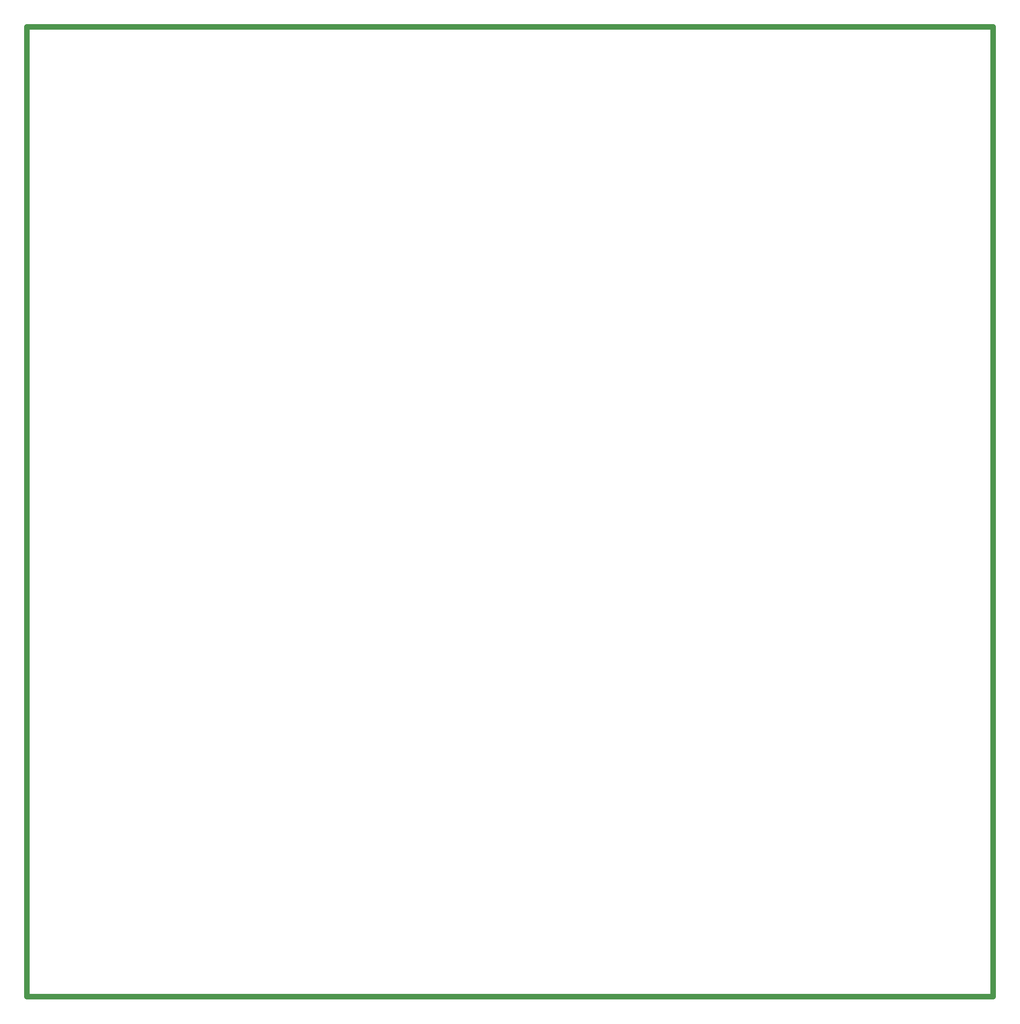
<source format=gbr>
%TF.GenerationSoftware,KiCad,Pcbnew,(5.1.10)-1*%
%TF.CreationDate,2021-10-04T17:48:38-06:00*%
%TF.ProjectId,retroboard,72657472-6f62-46f6-9172-642e6b696361,rev?*%
%TF.SameCoordinates,Original*%
%TF.FileFunction,Profile,NP*%
%FSLAX46Y46*%
G04 Gerber Fmt 4.6, Leading zero omitted, Abs format (unit mm)*
G04 Created by KiCad (PCBNEW (5.1.10)-1) date 2021-10-04 17:48:38*
%MOMM*%
%LPD*%
G01*
G04 APERTURE LIST*
%TA.AperFunction,Profile*%
%ADD10C,1.000000*%
%TD*%
G04 APERTURE END LIST*
D10*
X532130000Y-181610000D02*
X355600000Y-181610000D01*
X532130000Y-358775000D02*
X355600000Y-358775000D01*
X532130000Y-358775000D02*
X532130000Y-181610000D01*
X355600000Y-358775000D02*
X355600000Y-181610000D01*
M02*

</source>
